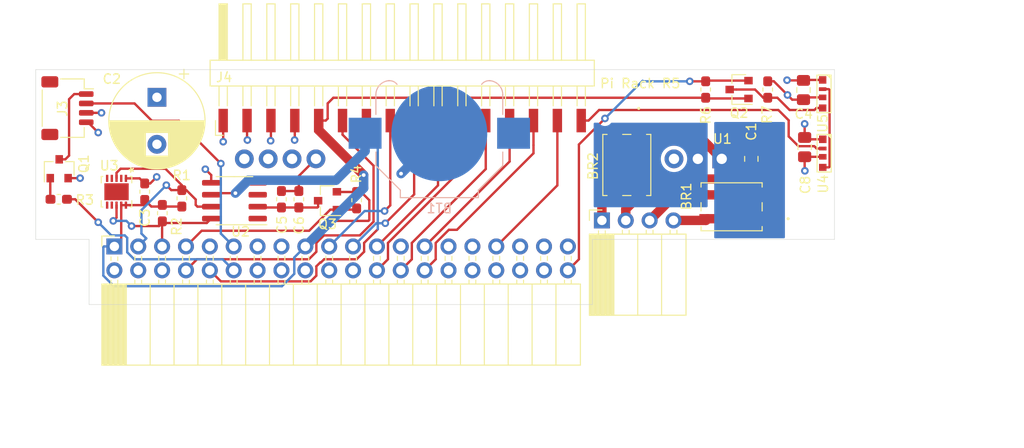
<source format=kicad_pcb>
(kicad_pcb (version 20221018) (generator pcbnew)
  (layers (0 "F.Cu" signal) (1 "In1.Cu" power) (2 "In2.Cu" power) (31 "B.Cu" signal) (34 "B.Paste" user) (35 "F.Paste" user) (36 "B.SilkS" user "B.Silkscreen") (37 "F.SilkS" user "F.Silkscreen") (38 "B.Mask" user) (39 "F.Mask" user) (44 "Edge.Cuts" user))
  (net 0 "")
  (net 1 "POE_VIN+")
  (net 2 "POE_VIN-")
  (net 3 "TR3_TAP")
  (net 4 "TR2_TAP")
  (net 5 "TR0_TAP")
  (net 6 "TR1_TAP")
  (net 7 "+5V")
  (net 8 "GND")
  (net 9 "Net-(J2-Pad13)")
  (net 10 "Net-(J2-Pad15)")
  (net 11 "Net-(J2-Pad16)")
  (net 12 "Net-(J2-Pad18)")
  (net 13 "Net-(J2-Pad22)")
  (net 14 "Net-(J2-Pad29)")
  (net 15 "Net-(J2-Pad31)")
  (net 16 "Net-(J2-Pad32)")
  (net 17 "Net-(J2-Pad35)")
  (net 18 "Net-(J2-Pad36)")
  (net 19 "Net-(J2-Pad37)")
  (net 20 "Net-(J3-Pad1)")
  (net 21 "Net-(U1-Pad3)")
  (net 22 "Net-(U1-Pad9)")
  (net 23 "Net-(U2-Pad3)")
  (net 24 "Net-(U2-Pad4)")
  (net 25 "Net-(U3-Pad2)")
  (net 26 "Net-(U3-Pad4)")
  (net 27 "Net-(U3-Pad5)")
  (net 28 "Net-(U3-Pad6)")
  (net 29 "Net-(U3-Pad7)")
  (net 30 "Net-(U3-Pad11)")
  (net 31 "VBAT")
  (net 32 "+3V3")
  (net 33 "PI_I2C1_SDA")
  (net 34 "PI_I2C1_SCL")
  (net 35 "FAN_TACH")
  (net 36 "Net-(Q1-Pad1)")
  (net 37 "Net-(Q2-Pad3)")
  (net 38 "LED_SERIAL")
  (net 39 "FAN_PWM")
  (net 40 "PI_RXD4")
  (net 41 "PI_TXD4")
  (net 42 "PI_I2C0_SDA")
  (net 43 "PI_I2C0_SCL")
  (net 44 "Net-(U4-Pad4)")
  (net 45 "VCC_RTC")
  (net 46 "RTC_POWER")
  (net 47 "Net-(U2-Pad1)")
  (net 48 "Net-(J2-Pad38)")
  (net 49 "PI_SPI0_MOSI")
  (net 50 "PI_SPI0_MISO")
  (net 51 "PI_SPI0_SCLK")
  (net 52 "PI_SPI0_CE0")
  (net 53 "PI_SPI0_CE1")
  (net 54 "AUX_PWM")
  (net 55 "LED_SERIAL_NEXT")
  (footprint "Capacitor_SMD:C_0603_1608Metric_Pad1.05x0.95mm_HandSolder" (layer "F.Cu") (at 126.15 79.8 -90)
    (fp_text reference "C5" (at 2.725 -0.05 270) (layer "F.SilkS"))
    (fp_text value "0.1u")
    (pad "1" smd roundrect (at -0.875 0 270) (size 1.05 0.95) (layers "F.Cu" "F.Paste" "F.Mask") (net 8 "GND"))
    (pad "2" smd roundrect (at 0.875 0 270) (size 1.05 0.95) (layers "F.Cu" "F.Paste" "F.Mask") (net 45 "VCC_RTC"))
  )
  (footprint "Capacitor_SMD:C_0603_1608Metric_Pad1.05x0.95mm_HandSolder" (layer "F.Cu") (at 128 79.8 -90)
    (fp_text reference "C6" (at 2.775 -0.025 270) (layer "F.SilkS"))
    (fp_text value "1u")
    (pad "1" smd roundrect (at -0.875 0 270) (size 1.05 0.95) (layers "F.Cu" "F.Paste" "F.Mask") (net 8 "GND"))
    (pad "2" smd roundrect (at 0.875 0 270) (size 1.05 0.95) (layers "F.Cu" "F.Paste" "F.Mask") (net 45 "VCC_RTC"))
  )
  (footprint "Capacitor_SMD:C_0805_2012Metric_Pad1.15x1.40mm_HandSolder" (layer "F.Cu") (at 181.825 74.25 -90)
    (fp_text reference "C8" (at 4.025 -0.075 270) (layer "F.SilkS"))
    (fp_text value "0.1u")
    (pad "1" smd roundrect (at -1.025 0 270) (size 1.15 1.4) (layers "F.Cu" "F.Paste" "F.Mask") (roundrect_rratio 0.217391) (net 8 "GND"))
    (pad "2" smd roundrect (at 1.025 0 270) (size 1.15 1.4) (layers "F.Cu" "F.Paste" "F.Mask") (roundrect_rratio 0.217391) (net 7 "+5V"))
  )
  (footprint "Package_TO_SOT_SMD:SOT-23" (layer "F.Cu") (at 102.5 76.55 90)
    (fp_text reference "Q1" (at 0.525 2.625 270) (layer "F.SilkS"))
    (fp_text value "2N7002")
    (pad "1" smd rect (at -1 -0.95 90) (size 0.9 0.8) (layers "F.Cu" "F.Paste" "F.Mask") (net 36 "Net-(Q1-Pad1)"))
    (pad "2" smd rect (at -1 0.95 90) (size 0.9 0.8) (layers "F.Cu" "F.Paste" "F.Mask") (net 8 "GND"))
    (pad "3" smd rect (at 1 0 90) (size 0.9 0.8) (layers "F.Cu" "F.Paste" "F.Mask") (net 20 "Net-(J3-Pad1)"))
  )
  (footprint "Package_TO_SOT_SMD:SOT-23" (layer "F.Cu") (at 174.847 68.122 180)
    (fp_text reference "Q2" (at 0 -2.5) (layer "F.SilkS"))
    (fp_text value "2N7002")
    (pad "1" smd rect (at -1 -0.95 180) (size 0.9 0.8) (layers "F.Cu" "F.Paste" "F.Mask") (net 32 "+3V3"))
    (pad "2" smd rect (at -1 0.95 180) (size 0.9 0.8) (layers "F.Cu" "F.Paste" "F.Mask") (net 38 "LED_SERIAL"))
    (pad "3" smd rect (at 1 0 180) (size 0.9 0.8) (layers "F.Cu" "F.Paste" "F.Mask") (net 37 "Net-(Q2-Pad3)"))
  )
  (footprint "Resistor_SMD:R_0603_1608Metric_Pad1.05x0.95mm_HandSolder" (layer "F.Cu") (at 115.55 79.7 90)
    (fp_text reference "R1" (at 2.45 -0.025) (layer "F.SilkS"))
    (fp_text value "10K")
    (pad "1" smd roundrect (at -0.875 0 90) (size 1.05 0.95) (layers "F.Cu" "F.Paste" "F.Mask") (net 32 "+3V3"))
    (pad "2" smd roundrect (at 0.875 0 90) (size 1.05 0.95) (layers "F.Cu" "F.Paste" "F.Mask") (net 33 "PI_I2C1_SDA"))
  )
  (footprint "Resistor_SMD:R_0603_1608Metric_Pad1.05x0.95mm_HandSolder" (layer "F.Cu") (at 113.475 81.275 -90)
    (fp_text reference "R2" (at 1.425 -1.525 270) (layer "F.SilkS"))
    (fp_text value "10K")
    (pad "1" smd roundrect (at -0.875 0 270) (size 1.05 0.95) (layers "F.Cu" "F.Paste" "F.Mask") (net 32 "+3V3"))
    (pad "2" smd roundrect (at 0.875 0 270) (size 1.05 0.95) (layers "F.Cu" "F.Paste" "F.Mask") (net 34 "PI_I2C1_SCL"))
  )
  (footprint "Resistor_SMD:R_0603_1608Metric_Pad1.05x0.95mm_HandSolder" (layer "F.Cu") (at 102.45 79.8 180)
    (fp_text reference "R3" (at -2.775 -0.075 180) (layer "F.SilkS"))
    (fp_text value "100")
    (pad "1" smd roundrect (at -0.875 0 180) (size 1.05 0.95) (layers "F.Cu" "F.Paste" "F.Mask") (net 39 "FAN_PWM"))
    (pad "2" smd roundrect (at 0.875 0 180) (size 1.05 0.95) (layers "F.Cu" "F.Paste" "F.Mask") (net 36 "Net-(Q1-Pad1)"))
  )
  (footprint "Resistor_SMD:R_0603_1608Metric_Pad1.05x0.95mm_HandSolder" (layer "F.Cu") (at 171.291 68.122 -90)
    (fp_text reference "R6" (at 2.728 -0.009 270) (layer "F.SilkS"))
    (fp_text value "10K")
    (pad "1" smd roundrect (at -0.875 0 270) (size 1.05 0.95) (layers "F.Cu" "F.Paste" "F.Mask") (net 38 "LED_SERIAL"))
    (pad "2" smd roundrect (at 0.875 0 270) (size 1.05 0.95) (layers "F.Cu" "F.Paste" "F.Mask") (net 32 "+3V3"))
  )
  (footprint "Resistor_SMD:R_0603_1608Metric_Pad1.05x0.95mm_HandSolder" (layer "F.Cu") (at 177.895 68.122 90)
    (fp_text reference "R7" (at -2.678 -0.07 -90) (layer "F.SilkS"))
    (fp_text value "10K")
    (pad "1" smd roundrect (at -0.875 0 90) (size 1.05 0.95) (layers "F.Cu" "F.Paste" "F.Mask") (net 37 "Net-(Q2-Pad3)"))
    (pad "2" smd roundrect (at 0.875 0 90) (size 1.05 0.95) (layers "F.Cu" "F.Paste" "F.Mask") (net 7 "+5V"))
  )
  (footprint "Components:SK6812B-SIDE" (layer "F.Cu") (at 183.134 68.58 90)
    (fp_text reference "U5" (at -3.145 0.616 90) (layer "F.SilkS"))
    (fp_text value "SK6812MINI-E" hide)
    (pad "1" smd rect (at -0.38 0.6 90) (size 0.6 0.8) (layers "F.Cu" "F.Paste" "F.Mask") (net 7 "+5V"))
    (pad "2" smd rect (at 0.5 0.6 90) (size 0.4 0.8) (layers "F.Cu" "F.Paste" "F.Mask") (net 44 "Net-(U4-Pad4)"))
    (pad "3" smd rect (at 1.48 0.6 90) (size 0.8 0.8) (layers "F.Cu" "F.Paste" "F.Mask") (net 8 "GND"))
    (pad "4" smd rect (at -1.505 0.6 90) (size 0.75 0.8) (layers "F.Cu" "F.Paste" "F.Mask") (net 37 "Net-(Q2-Pad3)"))
  )
  (footprint "cd-hd2004:CD-HD2004" (layer "F.Cu") (at 174.05 80.6 180)
    (fp_text reference "BR1" (at 4.8 1.1 270) (layer "F.SilkS"))
    (fp_text value "D_Bridge_+AA-" hide)
    (pad "1" smd rect (at -2.5527 -1.27 180) (size 1.7526 0.9906) (layers "F.Cu" "F.Paste" "F.Mask") (net 1 "POE_VIN+"))
    (pad "2" smd rect (at 2.5527 -1.27 180) (size 1.7526 0.9906) (layers "F.Cu" "F.Paste" "F.Mask") (net 3 "TR3_TAP"))
    (pad "3" smd rect (at 2.5527 1.27 180) (size 1.7526 0.9906) (layers "F.Cu" "F.Paste" "F.Mask") (net 4 "TR2_TAP"))
    (pad "4" smd rect (at -2.5527 1.27 180) (size 1.7526 0.9906) (layers "F.Cu" "F.Paste" "F.Mask") (net 2 "POE_VIN-"))
  )
  (footprint "Capacitor_SMD:C_0805_2012Metric_Pad1.15x1.40mm_HandSolder" (layer "F.Cu") (at 176.15 75.5 -90)
    (fp_text reference "C1" (at -2.9 0 90) (layer "F.SilkS"))
    (fp_text value "10n")
    (pad "1" smd roundrect (at -1.025 0 270) (size 1.15 1.4) (layers "F.Cu" "F.Paste" "F.Mask") (roundrect_rratio 0.217391) (net 1 "POE_VIN+"))
    (pad "2" smd roundrect (at 1.025 0 270) (size 1.15 1.4) (layers "F.Cu" "F.Paste" "F.Mask") (roundrect_rratio 0.217391) (net 2 "POE_VIN-"))
  )
  (footprint "Package_SO:SOIC-8_3.9x4.9mm_P1.27mm" (layer "F.Cu") (at 121.15 79.95 180)
    (fp_text reference "U2" (at -0.65 -3.3) (layer "F.SilkS"))
    (fp_text value "DS3231MZ")
    (pad "1" smd roundrect (at -2.475 -1.905 180) (size 1.95 0.6) (layers "F.Cu" "F.Paste" "F.Mask") (net 47 "Net-(U2-Pad1)"))
    (pad "2" smd roundrect (at -2.475 -0.635 180) (size 1.95 0.6) (layers "F.Cu" "F.Paste" "F.Mask") (net 45 "VCC_RTC"))
    (pad "3" smd roundrect (at -2.475 0.635 180) (size 1.95 0.6) (layers "F.Cu" "F.Paste" "F.Mask") (net 23 "Net-(U2-Pad3)"))
    (pad "4" smd roundrect (at -2.475 1.905 180) (size 1.95 0.6) (layers "F.Cu" "F.Paste" "F.Mask") (net 24 "Net-(U2-Pad4)"))
    (pad "5" smd roundrect (at 2.475 1.905 180) (size 1.95 0.6) (layers "F.Cu" "F.Paste" "F.Mask") (net 8 "GND"))
    (pad "6" smd roundrect (at 2.475 0.635 180) (size 1.95 0.6) (layers "F.Cu" "F.Paste" "F.Mask") (net 31 "VBAT"))
    (pad "7" smd roundrect (at 2.475 -0.635 180) (size 1.95 0.6) (layers "F.Cu" "F.Paste" "F.Mask") (net 33 "PI_I2C1_SDA"))
    (pad "8" smd roundrect (at 2.475 -1.905 180) (size 1.95 0.6) (layers "F.Cu" "F.Paste" "F.Mask") (net 34 "PI_I2C1_SCL"))
  )
  (footprint "Capacitor_SMD:C_0805_2012Metric_Pad1.15x1.40mm_HandSolder" (layer "F.Cu") (at 181.7 68.175 -90)
    (fp_text reference "C4" (at 2.55 -0.025 180) (layer "F.SilkS"))
    (fp_text value "0.1u")
    (pad "1" smd roundrect (at -1.025 0 270) (size 1.15 1.4) (layers "F.Cu" "F.Paste" "F.Mask") (roundrect_rratio 0.217391) (net 8 "GND"))
    (pad "2" smd roundrect (at 1.025 0 270) (size 1.15 1.4) (layers "F.Cu" "F.Paste" "F.Mask") (roundrect_rratio 0.217391) (net 7 "+5V"))
  )
  (footprint "sls32aia:SLS32AIA010MSUSON10XTMA2" (layer "F.Cu") (at 108.6 79 -90)
    (fp_text reference "U3" (at -2.775 0.775) (layer "F.SilkS"))
    (fp_text value "SLS32AIA010MSUSON10XTMA2" hide)
    (fp_text user "*" (at -2.325 -1.9 270) (layer "F.SilkS"))
    (pad "1" smd rect (at -1.4224 -1.000001 270) (size 0.762 0.254) (layers "F.Cu" "F.Paste" "F.Mask") (net 8 "GND"))
    (pad "2" smd rect (at -1.4224 -0.499999 270) (size 0.762 0.254) (layers "F.Cu" "F.Paste" "F.Mask") (net 25 "Net-(U3-Pad2)"))
    (pad "3" smd rect (at -1.4224 0 270) (size 0.762 0.254) (layers "F.Cu" "F.Paste" "F.Mask") (net 33 "PI_I2C1_SDA"))
    (pad "4" smd rect (at -1.4224 0.499999 270) (size 0.762 0.254) (layers "F.Cu" "F.Paste" "F.Mask") (net 26 "Net-(U3-Pad4)"))
    (pad "5" smd rect (at -1.4224 1.000001 270) (size 0.762 0.254) (layers "F.Cu" "F.Paste" "F.Mask") (net 27 "Net-(U3-Pad5)"))
    (pad "6" smd rect (at 1.4224 1.000001 270) (size 0.762 0.254) (layers "F.Cu" "F.Paste" "F.Mask") (net 28 "Net-(U3-Pad6)"))
    (pad "7" smd rect (at 1.4224 0.499999 270) (size 0.762 0.254) (layers "F.Cu" "F.Paste" "F.Mask") (net 29 "Net-(U3-Pad7)"))
    (pad "8" smd rect (at 1.4224 0 270) (size 0.762 0.254) (layers "F.Cu" "F.Paste" "F.Mask") (net 34 "PI_I2C1_SCL"))
    (pad "9" smd rect (at 1.4224 -0.499999 270) (size 0.762 0.254) (layers "F.Cu" "F.Paste" "F.Mask") (net 32 "+3V3"))
    (pad "10" smd rect (at 1.4224 -1.000001 270) (size 0.762 0.254) (layers "F.Cu" "F.Paste" "F.Mask") (net 32 "+3V3"))
    (pad "11" smd rect (at 0 0 270) (size 1.8034 2.5908) (layers "F.Cu" "F.Mask") (net 30 "Net-(U3-Pad11)"))
  )
  (footprint "Components:SK6812B-SIDE" (layer "F.Cu") (at 183.15 74.9 90)
    (fp_text reference "U4" (at -3.275 0.65 270) (layer "F.SilkS"))
    (fp_text value "SK6812MINI-E")
    (pad "1" smd rect (at -0.38 0.6 90) (size 0.6 0.8) (layers "F.Cu" "F.Paste" "F.Mask") (net 7 "+5V"))
    (pad "2" smd rect (at 0.5 0.6 90) (size 0.4 0.8) (layers "F.Cu" "F.Paste" "F.Mask") (net 55 "LED_SERIAL_NEXT"))
    (pad "3" smd rect (at 1.48 0.6 90) (size 0.8 0.8) (layers "F.Cu" "F.Paste" "F.Mask") (net 8 "GND"))
    (pad "4" smd rect (at -1.505 0.6 90) (size 0.75 0.8) (layers "F.Cu" "F.Paste" "F.Mask") (net 44 "Net-(U4-Pad4)"))
  )
  (footprint "Connector_PinSocket_2.54mm:PinSocket_2x20_P2.54mm_Horizontal" (layer "F.Cu") (at 108.37 84.82 90)
    (fp_text reference "J2" hide)
    (fp_text value "PI_GPIO")
    (pad "1" thru_hole rect locked (at 0 0 90) (size 1.7 1.7) (drill 1) (layers "*.Cu" "*.Mask") (net 32 "+3V3"))
    (pad "2" thru_hole oval locked (at -2.54 0 90) (size 1.7 1.7) (drill 1) (layers "*.Cu" "*.Mask") (net 7 "+5V"))
    (pad "3" thru_hole oval locked (at 0 2.54 90) (size 1.7 1.7) (drill 1) (layers "*.Cu" "*.Mask") (net 33 "PI_I2C1_SDA"))
    (pad "4" thru_hole oval locked (at -2.54 2.54 90) (size 1.7 1.7) (drill 1) (layers "*.Cu" "*.Mask") (net 7 "+5V"))
    (pad "5" thru_hole oval locked (at 0 5.08 90) (size 1.7 1.7) (drill 1) (layers "*.Cu" "*.Mask") (net 34 "PI_I2C1_SCL"))
    (pad "6" thru_hole oval locked (at -2.54 5.08 90) (size 1.7 1.7) (drill 1) (layers "*.Cu" "*.Mask") (net 8 "GND"))
    (pad "7" thru_hole oval locked (at 0 7.62 90) (size 1.7 1.7) (drill 1) (layers "*.Cu" "*.Mask") (net 46 "RTC_POWER"))
    (pad "8" thru_hole oval locked (at -2.54 7.62 90) (size 1.7 1.7) (drill 1) (layers "*.Cu" "*.Mask") (net 41 "PI_TXD4"))
    (pad "9" thru_hole oval locked (at 0 10.16 90) (size 1.7 1.7) (drill 1) (layers "*.Cu" "*.Mask") (net 8 "GND"))
    (pad "10" thru_hole oval locked (at -2.54 10.16 90) (size 1.7 1.7) (drill 1) (layers "*.Cu" "*.Mask") (net 40 "PI_RXD4"))
    (pad "11" thru_hole oval locked (at 0 12.7 90) (size 1.7 1.7) (drill 1) (layers "*.Cu" "*.Mask") (net 35 "FAN_TACH"))
    (pad "12" thru_hole oval locked (at -2.54 12.7 90) (size 1.7 1.7) (drill 1) (layers "*.Cu" "*.Mask") (net 39 "FAN_PWM"))
    (pad "13" thru_hole oval locked (at 0 15.24 90) (size 1.7 1.7) (drill 1) (layers "*.Cu" "*.Mask") (net 9 "Net-(J2-Pad13)"))
    (pad "14" thru_hole oval locked (at -2.54 15.24 90) (size 1.7 1.7) (drill 1) (layers "*.Cu" "*.Mask") (net 8 "GND"))
    (pad "15" thru_hole oval locked (at 0 17.78 90) (size 1.7 1.7) (drill 1) (layers "*.Cu" "*.Mask") (net 10 "Net-(J2-Pad15)"))
    (pad "16" thru_hole oval locked (at -2.54 17.78 90) (size 1.7 1.7) (drill 1) (layers "*.Cu" "*.Mask") (net 11 "Net-(J2-Pad16)"))
    (pad "17" thru_hole oval locked (at 0 20.32 90) (size 1.7 1.7) (drill 1) (layers "*.Cu" "*.Mask") (net 32 "+3V3"))
    (pad "18" thru_hole oval locked (at -2.54 20.32 90) (size 1.7 1.7) (drill 1) (layers "*.Cu" "*.Mask") (net 12 "Net-(J2-Pad18)"))
    (pad "19" thru_hole oval locked (at 0 22.86 90) (size 1.7 1.7) (drill 1) (layers "*.Cu" "*.Mask") (net 49 "PI_SPI0_MOSI"))
    (pad "20" thru_hole oval locked (at -2.54 22.86 90) (size 1.7 1.7) (drill 1) (layers "*.Cu" "*.Mask") (net 8 "GND"))
    (pad "21" thru_hole oval locked (at 0 25.4 90) (size 1.7 1.7) (drill 1) (layers "*.Cu" "*.Mask") (net 50 "PI_SPI0_MISO"))
    (pad "22" thru_hole oval locked (at -2.54 25.4 90) (size 1.7 1.7) (drill 1) (layers "*.Cu" "*.Mask") (net 13 "Net-(J2-Pad22)"))
    (pad "23" thru_hole oval locked (at 0 27.94 90) (size 1.7 1.7) (drill 1) (layers "*.Cu" "*.Mask") (net 51 "PI_SPI0_SCLK"))
    (pad "24" thru_hole oval locked (at -2.54 27.94 90) (size 1.7 1.7) (drill 1) (layers "*.Cu" "*.Mask") (net 52 "PI_SPI0_CE0"))
    (pad "25" thru_hole oval locked (at 0 30.48 90) (size 1.7 1.7) (drill 1) (layers "*.Cu" "*.Mask") (net 8 "GND"))
    (pad "26" thru_hole oval locked (at -2.54 30.48 90) (size 1.7 1.7) (drill 1) (layers "*.Cu" "*.Mask") (net 53 "PI_SPI0_CE1"))
    (pad "27" thru_hole oval locked (at 0 33.02 90) (size 1.7 1.7) (drill 1) (layers "*.Cu" "*.Mask") (net 42 "PI_I2C0_SDA"))
    (pad "28" thru_hole oval locked (at -2.54 33.02 90) (size 1.7 1.7) (drill 1) (layers "*.Cu" "*.Mask") (net 43 "PI_I2C0_SCL"))
    (pad "29" thru_hole oval locked (at 0 35.56 90) (size 1.7 1.7) (drill 1) (layers "*.Cu" "*.Mask") (net 14 "Net-(J2-Pad29)"))
    (pad "30" thru_hole oval locked (at -2.54 35.56 90) (size 1.7 1.7) (drill 1) (layers "*.Cu" "*.Mask") (net 8 "GND"))
    (pad "31" thru_hole oval locked (at 0 38.1 90) (size 1.7 1.7) (drill 1) (layers "*.Cu" "*.Mask") (net 15 "Net-(J2-Pad31)"))
    (pad "32" thru_hole oval locked (at -2.54 38.1 90) (size 1.7 1.7) (drill 1) (layers "*.Cu" "*.Mask") (net 16 "Net-(J2-Pad32)"))
    (pad "33" thru_hole oval locked (at 0 40.64 90) (size 1.7 1.7) (drill 1) (layers "*.Cu" "*.Mask") (net 54 "AUX_PWM"))
    (pad "34" thru_hole oval locked (at -2.54 40.64 90) (size 1.7 1.7) (drill 1) (layers "*.Cu" "*.Mask") (net 8 "GND"))
    (pad "35" thru_hole oval locked (at 0 43.18 90) (size 1.7 1.7) (drill 1) (layers "*.Cu" "*.Mask") (net 17 "Net-(J2-Pad35)"))
    (pad "36" thru_hole oval locked (at -2.54 43.18 90) (size 1.7 1.7) (drill 1) (layers "*.Cu" "*.Mask") (net 18 "Net-(J2-Pad36)"))
    (pad "37" thru_hole oval locked (at 0 45.72 90) (size 1.7 1.7) (drill 1) (layers "*.Cu" "*.Mask") (net 19 "Net-(J2-Pad37)"))
    (pad "38" thru_hole oval locked (at -2.54 45.72 90) (size 1.7 1.7) (drill 1) (layers "*.Cu" "*.Mask") (net 48 "Net-(J2-Pad38)"))
    (pad "39" thru_hole oval locked (at 0 48.26 90) (size 1.7 1.7) (drill 1) (layers "*.Cu" "*.Mask") (net 8 "GND"))
    (pad "40" thru_hole oval locked (at -2.54 48.26 90) (size 1.7 1.7) (drill 1) (layers "*.Cu" "*.Mask") (net 38 "LED_SERIAL"))
  )
  (footprint "Package_TO_SOT_SMD:SOT-23" (layer "F.Cu") (at 131.05 79.95 180)
    (fp_text reference "Q3" (at 0 -2.5) (layer "F.SilkS"))
    (fp_text value "DMG2305")
    (pad "1" smd rect (at -1 -0.95 180) (size 0.9 0.8) (layers "F.Cu" "F.Paste" "F.Mask") (net 46 "RTC_POWER"))
    (pad "2" smd rect (at -1 0.95 180) (size 0.9 0.8) (layers "F.Cu" "F.Paste" "F.Mask") (net 32 "+3V3"))
    (pad "3" smd rect (at 1 0 180) (size 0.9 0.8) (layers "F.Cu" "F.Paste" "F.Mask") (net 45 "VCC_RTC"))
  )
  (footprint "Resistor_SMD:R_0603_1608Metric_Pad1.05x0.95mm_HandSolder" (layer "F.Cu") (at 134.15 79.9 90)
    (fp_text reference "R4" (at 2.775 -0.025 -90) (layer "F.SilkS"))
    (fp_text value "10K")
    (pad "1" smd roundrect (at -0.875 0 90) (size 1.05 0.95) (layers "F.Cu" "F.Paste" "F.Mask") (net 46 "RTC_POWER"))
    (pad "2" smd roundrect (at 0.875 0 90) (size 1.05 0.95) (layers "F.Cu" "F.Paste" "F.Mask") (net 32 "+3V3"))
  )
  (footprint "Capacitor_SMD:C_0603_1608Metric_Pad1.05x0.95mm_HandSolder" (layer "F.Cu") (at 111.6 78.994 -90)
    (fp_text reference "C3" (at 2.775 -0.025 270) (layer "F.SilkS"))
    (fp_text value "100n")
    (pad "1" smd roundrect (at -0.875 0 270) (size 1.05 0.95) (layers "F.Cu" "F.Paste" "F.Mask") (net 8 "GND"))
    (pad "2" smd roundrect (at 0.875 0 270) (size 1.05 0.95) (layers "F.Cu" "F.Paste" "F.Mask") (net 32 "+3V3"))
  )
  (footprint "Connector_JST:JST_SH_SM04B-SRSS-TB_1x04-1MP_P1.00mm_Horizontal" (layer "F.Cu") (at 103.378 70.104 -90)
    (fp_text reference "J3" (at 0.046 0.528 270) (layer "F.SilkS"))
    (fp_text value "FAN")
    (pad "1" smd roundrect (at -1.5 -2 270) (size 0.6 1.55) (layers "F.Cu" "F.Paste" "F.Mask") (net 20 "Net-(J3-Pad1)"))
    (pad "2" smd roundrect (at -0.5 -2 270) (size 0.6 1.55) (layers "F.Cu" "F.Paste" "F.Mask") (net 35 "FAN_TACH"))
    (pad "3" smd roundrect (at 0.5 -2 270) (size 0.6 1.55) (layers "F.Cu" "F.Paste" "F.Mask") (net 7 "+5V"))
    (pad "4" smd roundrect (at 1.5 -2 270) (size 0.6 1.55) (layers "F.Cu" "F.Paste" "F.Mask") (net 8 "GND"))
    (pad "MP" smd roundrect (at -2.8 1.875 270) (size 1.2 1.8) (layers "F.Cu" "F.Paste" "F.Mask") (roundrect_rratio 0.208333))
    (pad "MP" smd roundrect (at 2.8 1.875 270) (size 1.2 1.8) (layers "F.Cu" "F.Paste" "F.Mask") (roundrect_rratio 0.208333))
  )
  (footprint "Components:AG5400" (layer "F.Cu") (at 173 75.5 180)
    (fp_text reference "U1" (at -0.075 2.125 180) (layer "F.SilkS"))
    (fp_text value "AG5300")
    (pad "1" thru_hole rect (at 0 0 180) (size 2 2) (drill 1.1) (layers "*.Cu" "*.Mask") (net 1 "POE_VIN+"))
    (pad "2" thru_hole circle (at 2.54 0 180) (size 2 2) (drill 1.1) (layers "*.Cu" "*.Mask") (net 2 "POE_VIN-"))
    (pad "3" thru_hole circle (at 5.08 0 180) (size 2 2) (drill 1.1) (layers "*.Cu" "*.Mask") (net 21 "Net-(U1-Pad3)"))
    (pad "7" thru_hole circle (at 43.18 0 180) (size 2 2) (drill 1.1) (layers "*.Cu" "*.Mask") (net 8 "GND"))
    (pad "8" thru_hole circle (at 45.72 0 180) (size 2 2) (drill 1.1) (layers "*.Cu" "*.Mask") (net 7 "+5V"))
    (pad "9" thru_hole circle (at 48.26 0 180) (size 2 2) (drill 1.1) (layers "*.Cu" "*.Mask") (net 22 "Net-(U1-Pad9)"))
    (pad "10" thru_hole circle (at 50.8 0 180) (size 2 2) (drill 1.1) (layers "*.Cu" "*.Mask") (net 8 "GND"))
  )
  (footprint "Connector_PinSocket_2.54mm:PinSocket_1x04_P2.54mm_Horizontal" (layer "F.Cu") (at 160.25 82.05 90)
    (fp_text reference "J1" hide)
    (fp_text value "PI_POE")
    (pad "1" thru_hole rect locked (at 0 0 90) (size 1.7 1.7) (drill 1) (layers "*.Cu" "*.Mask") (net 6 "TR1_TAP"))
    (pad "2" thru_hole oval locked (at 0 2.54 90) (size 1.7 1.7) (drill 1) (layers "*.Cu" "*.Mask") (net 5 "TR0_TAP"))
    (pad "3" thru_hole oval locked (at 0 5.08 90) (size 1.7 1.7) (drill 1) (layers "*.Cu" "*.Mask") (net 4 "TR2_TAP"))
    (pad "4" thru_hole oval locked (at 0 7.62 90) (size 1.7 1.7) (drill 1) (layers "*.Cu" "*.Mask") (net 3 "TR3_TAP"))
  )
  (footprint "cd-hd2004:CD-HD2004" (layer "F.Cu") (at 162.9 76.15 -90)
    (fp_text reference "BR2" (at 0.125 3.6 270) (layer "F.SilkS"))
    (fp_text value "D_Bridge_+AA-" hide)
    (pad "1" smd rect (at -2.5527 -1.27 270) (size 1.7526 0.9906) (layers "F.Cu" "F.Paste" "F.Mask") (net 1 "POE_VIN+"))
    (pad "2" smd rect (at 2.5527 -1.27 270) (size 1.7526 0.9906) (layers "F.Cu" "F.Paste" "F.Mask") (net 5 "TR0_TAP"))
    (pad "3" smd rect (at 2.5527 1.27 270) (size 1.7526 0.9906) (layers "F.Cu" "F.Paste" "F.Mask") (net 6 "TR1_TAP"))
    (pad "4" smd rect (at -2.5527 1.27 270) (size 1.7526 0.9906) (layers "F.Cu" "F.Paste" "F.Mask") (net 2 "POE_VIN-"))
  )
  (footprint "Capacitor_THT:CP_Radial_D10.0mm_P5.00mm" (layer "F.Cu") (at 112.9 68.95 -90)
    (fp_text reference "C2" (at -1.95 4.8) (layer "F.SilkS"))
    (fp_text value "470u")
    (pad "1" thru_hole rect (at 0 0 270) (size 2 2) (drill 1) (layers "*.Cu" "*.Mask") (net 7 "+5V"))
    (pad "2" thru_hole circle (at 5 0 270) (size 2 2) (drill 1) (layers "*.Cu" "*.Mask") (net 8 "GND"))
  )
  (footprint "Connector_Harwin:Harwin_M20-89016xx_1x16_P2.54mm_Horizontal" (layer "F.Cu") (at 139 65.9 90)
    (fp_text reference "J4" (at -0.925 -18.95 180) (layer "F.SilkS"))
    (fp_text value "AUX")
    (pad "" smd rect locked (at 3.895 -19.05 90) (size 6 0.76) (layers "F.SilkS"))
    (pad "1" smd rect locked (at -5.525 -19.05 90) (size 2.5 1) (layers "F.Cu" "F.Paste" "F.Mask") (net 7 "+5V"))
    (pad "2" smd rect locked (at -5.525 -16.51 90) (size 2.5 1) (layers "F.Cu" "F.Paste" "F.Mask") (net 7 "+5V"))
    (pad "3" smd rect locked (at -5.525 -13.97 90) (size 2.5 1) (layers "F.Cu" "F.Paste" "F.Mask") (net 8 "GND"))
    (pad "4" smd rect locked (at -5.525 -11.43 90) (size 2.5 1) (layers "F.Cu" "F.Paste" "F.Mask") (net 8 "GND"))
    (pad "5" smd rect locked (at -5.525 -8.89 90) (size 2.5 1) (layers "F.Cu" "F.Paste" "F.Mask") (net 32 "+3V3"))
    (pad "6" smd rect locked (at -5.525 -6.35 90) (size 2.5 1) (layers "F.Cu" "F.Paste" "F.Mask") (net 41 "PI_TXD4"))
    (pad "7" smd rect locked (at -5.525 -3.81 90) (size 2.5 1) (layers "F.Cu" "F.Paste" "F.Mask") (net 40 "PI_RXD4"))
    (pad "8" smd rect locked (at -5.525 -1.27 90) (size 2.5 1) (layers "F.Cu" "F.Paste" "F.Mask") (net 49 "PI_SPI0_MOSI"))
    (pad "9" smd rect locked (at -5.525 1.27 90) (size 2.5 1) (layers "F.Cu" "F.Paste" "F.Mask") (net 50 "PI_SPI0_MISO"))
    (pad "10" smd rect locked (at -5.525 3.81 90) (size 2.5 1) (layers "F.Cu" "F.Paste" "F.Mask") (net 51 "PI_SPI0_SCLK"))
    (pad "11" smd rect locked (at -5.525 6.35 90) (size 2.5 1) (layers "F.Cu" "F.Paste" "F.Mask") (net 52 "PI_SPI0_CE0"))
    (pad "12" smd rect locked (at -5.525 8.89 90) (size 2.5 1) (layers "F.Cu" "F.Paste" "F.Mask") (net 53 "PI_SPI0_CE1"))
    (pad "13" smd rect locked (at -5.525 11.43 90) (size 2.5 1) (layers "F.Cu" "F.Paste" "F.Mask") (net 42 "PI_I2C0_SDA"))
    (pad "14" smd rect locked (at -5.525 13.97 90) (size 2.5 1) (layers "F.Cu" "F.Paste" "F.Mask") (net 43 "PI_I2C0_SCL"))
    (pad "15" smd rect locked (at -5.525 16.51 90) (size 2.5 1) (layers "F.Cu" "F.Paste" "F.Mask") (net 54 "AUX_PWM"))
    (pad "16" smd rect locked (at -5.525 19.05 90) (size 2.5 1) (layers "F.Cu" "F.Paste" "F.Mask") (net 55 "LED_SERIAL_NEXT"))
  )
  (footprint "Battery:BatteryHolder_Keystone_3000_1x12mm" (layer "B.Cu") (at 142.95 72.775)
    (fp_text reference "BT1" (at 0 8 180) (layer "B.SilkS") (effects (justify mirror)))
    (fp_text value "Battery_Cell")
    (pad "1" smd rect (at -7.9 0) (size 3.5 3.3) (layers "B.Cu" "B.Paste" "B.Mask") (net 31 "VBAT"))
    (pad "1" smd rect (at 7.9 0) (size 3.5 3.3) (layers "B.Cu" "B.Paste" "B.Mask") (net 31 "VBAT"))
    (pad "2" smd circle (at 0 0) (size 10.2 10.2) (layers "B.Cu" "B.Mask") (net 8 "GND"))
  )
  (gr_line (start 100 66) (end 185 66) (stroke (width 0.05)) (layer "Edge.Cuts"))
  (gr_line (start 159.242 84.074) (end 159.242 91) (stroke (width 0.05)) (layer "Edge.Cuts"))
  (gr_line (start 105.68 84.074) (end 105.68 91) (stroke (width 0.05)) (layer "Edge.Cuts"))
  (gr_line (start 100 84.074) (end 105.68 84.074) (stroke (width 0.05)) (layer "Edge.Cuts"))
  (gr_line (start 105.68 91) (end 159.242 91) (stroke (width 0.05)) (layer "Edge.Cuts"))
  (gr_line (start 185 84.074) (end 159.242 84.074) (stroke (width 0.05)) (layer "Edge.Cuts"))
  (gr_line (start 100 84.074) (end 100 66) (stroke (width 0.05)) (layer "Edge.Cuts"))
  (gr_line (start 185 84.074) (end 185 66) (stroke (width 0.05)) (layer "Edge.Cuts"))
  (gr_text "Pi Rack R5" (at 164.325 67.475) (layer "F.SilkS") (effects (font (size 1 1))))
  (segment (start 174.025 74.475) (end 173 75.5) (width 1) (layer "F.Cu") (net 1))
  (segment (start 164.17 73.5973) (end 171.0973 73.5973) (width 1) (layer "F.Cu") (net 1))
  (segment (start 176.15 74.475) (end 174.025 74.475) (width 1) (layer "F.Cu") (net 1))
  (segment (start 176.85 74.475) (end 176.15 74.475) (width 1) (layer "F.Cu") (net 1))
  (segment (start 176.6027 81.87) (end 178.479 81.87) (width 1) (layer "F.Cu") (net 1))
  (segment (start 178.479 81.87) (end 178.575 81.774) (width 1) (layer "F.Cu") (net 1))
  (segment (start 171.0973 73.5973) (end 173 75.5) (width 1) (layer "F.Cu") (net 1))
  (segment (start 178.575 76.2) (end 176.85 74.475) (width 1) (layer "F.Cu") (net 1))
  (segment (start 178.575 81.774) (end 178.575 76.2) (width 1) (layer "F.Cu") (net 1))
  (segment (start 172.775 75.275) (end 173 75.5) (width 0.25) (layer "F.Cu") (net 1))
  (segment (start 166.625 77.65) (end 175.6 77.65) (width 1) (layer "F.Cu") (net 2))
  (segment (start 161.63 73.5973) (end 161.63 75.4736) (width 1) (layer "F.Cu") (net 2))
  (segment (start 165.175 76.2) (end 166.625 77.65) (width 1) (layer "F.Cu") (net 2))
  (segment (start 176.6027 76.9777) (end 176.15 76.525) (width 0.25) (layer "F.Cu") (net 2))
  (segment (start 176.15 77.1) (end 176.15 76.525) (width 1) (layer "F.Cu") (net 2))
  (segment (start 176.418 77.65) (end 175.6 77.65) (width 1) (layer "F.Cu") (net 2))
  (segment (start 161.63 75.4736) (end 162.3564 76.2) (width 1) (layer "F.Cu") (net 2))
  (segment (start 170.46 75.5) (end 170.46 77.65) (width 1) (layer "F.Cu") (net 2))
  (segment (start 170.725 75.235) (end 170.46 75.5) (width 0.25) (layer "F.Cu") (net 2))
  (segment (start 176.6027 79.33) (end 176.6027 77.8347) (width 1) (layer "F.Cu") (net 2))
  (segment (start 162.3564 76.2) (end 165.175 76.2) (width 1) (layer "F.Cu") (net 2))
  (segment (start 175.6 77.65) (end 176.15 77.1) (width 1) (layer "F.Cu") (net 2))
  (segment (start 176.6027 77.8347) (end 176.418 77.65) (width 1) (layer "F.Cu") (net 2))
  (segment (start 168.05 81.87) (end 167.87 82.05) (width 0.25) (layer "F.Cu") (net 3))
  (segment (start 167.87 82.05) (end 171.3173 82.05) (width 1) (layer "F.Cu") (net 3))
  (segment (start 171.3173 82.05) (end 171.4973 81.87) (width 1) (layer "F.Cu") (net 3))
  (segment (start 165.33 82.05) (end 168.05 79.33) (width 1) (layer "F.Cu") (net 4))
  (segment (start 168.05 79.33) (end 171.4973 79.33) (width 1) (layer "F.Cu") (net 4))
  (segment (start 163.787919 79.85) (end 163.787919 79.084781) (width 1) (layer "F.Cu") (net 5))
  (segment (start 163.787919 79.084781) (end 164.17 78.7027) (width 1) (layer "F.Cu") (net 5))
  (segment (start 162.79 80.847919) (end 163.787919 79.85) (width 1) (layer "F.Cu") (net 5))
  (segment (start 162.79 82.05) (end 162.79 80.847919) (width 1) (layer "F.Cu") (net 5))
  (segment (start 160.25 82.05) (end 160.25 80.0827) (width 1) (layer "F.Cu") (net 6))
  (segment (start 160.25 80.0827) (end 161.63 78.7027) (width 1) (layer "F.Cu") (net 6))
  (segment (start 177.895 67.247) (end 177.647 67.247) (width 0.25) (layer "F.Cu") (net 7))
  (segment (start 181.94 68.96) (end 181.7 69.2) (width 0.25) (layer "F.Cu") (net 7))
  (segment (start 178.547 67.247) (end 180 68.7) (width 0.25) (layer "F.Cu") (net 7))
  (segment (start 181.825 75.275) (end 181.825 76.75) (width 0.25) (layer "F.Cu") (net 7))
  (segment (start 122.49 71.425) (end 122.49 73.465) (width 0.25) (layer "F.Cu") (net 7))
  (segment (start 105.378 70.604) (end 106.996 70.604) (width 0.25) (layer "F.Cu") (net 7))
  (segment (start 106.996 70.604) (end 107 70.6) (width 0.25) (layer "F.Cu") (net 7))
  (segment (start 180.5 69.2) (end 180 68.7) (width 0.25) (layer "F.Cu") (net 7))
  (segment (start 181.83 75.28) (end 181.825 75.275) (width 0.25) (layer "F.Cu") (net 7))
  (segment (start 122.49 73.465) (end 122.525 73.5) (width 0.25) (layer "F.Cu") (net 7))
  (segment (start 119.95 71.425) (end 119.95 73.675) (width 0.25) (layer "F.Cu") (net 7))
  (segment (start 183.75 75.28) (end 181.83 75.28) (width 0.25) (layer "F.Cu") (net 7))
  (segment (start 181.7 69.2) (end 180.5 69.2) (width 0.25) (layer "F.Cu") (net 7))
  (segment (start 177.895 67.32) (end 177.895 67.247) (width 0.25) (layer "F.Cu") (net 7))
  (segment (start 177.895 67.247) (end 178.547 67.247) (width 0.25) (layer "F.Cu") (net 7))
  (segment (start 183.734 68.96) (end 181.94 68.96) (width 0.25) (layer "F.Cu") (net 7))
  (segment (start 181.825 76.75) (end 181.85 76.775) (width 0.25) (layer "F.Cu") (net 7))
  (via (at 107 70.6) (size 0.8) (drill 0.4) (layers "F.Cu" "B.Cu") (net 7))
  (via (at 181.85 76.775) (size 0.8) (drill 0.4) (layers "F.Cu" "B.Cu") (net 7))
  (via (at 180 68.7) (size 0.8) (drill 0.4) (layers "F.Cu" "B.Cu") (net 7))
  (via (at 122.525 73.5) (size 0.8) (drill 0.4) (layers "F.Cu" "B.Cu") (net 7))
  (via (at 119.95 73.675) (size 0.8) (drill 0.4) (layers "F.Cu" "B.Cu") (net 7))
  (segment (start 127.57 71.425) (end 127.57 73.48) (width 0.25) (layer "F.Cu") (net 8))
  (segment (start 125.03 73.545) (end 125 73.575) (width 0.25) (layer "F.Cu") (net 8))
  (segment (start 128 77.32) (end 129.82 75.5) (width 0.25) (layer "F.Cu") (net 8))
  (segment (start 179.975 67.15) (end 179.95 67.125) (width 0.25) (layer "F.Cu") (net 8))
  (segment (start 111.6 78.119) (end 111.0586 77.5776) (width 0.25) (layer "F.Cu") (net 8))
  (segment (start 181.825 73.225) (end 181.825 71.775) (width 0.25) (layer "F.Cu") (net 8))
  (segment (start 126.15 78.925) (end 128 78.925) (width 0.25) (layer "F.Cu") (net 8))
  (segment (start 118.675 77.225) (end 118.05 76.6) (width 0.25) (layer "F.Cu") (net 8))
  (segment (start 183.75 73.42) (end 182.02 73.42) (width 0.25) (layer "F.Cu") (net 8))
  (segment (start 182.02 73.42) (end 181.825 73.225) (width 0.25) (layer "F.Cu") (net 8))
  (segment (start 128 78.925) (end 128 77.32) (width 0.25) (layer "F.Cu") (net 8))
  (segment (start 105.554 71.604) (end 106.65 72.7) (width 0.25) (layer "F.Cu") (net 8))
  (segment (start 111.0586 77.5776) (end 109.600001 77.5776) (width 0.25) (layer "F.Cu") (net 8))
  (segment (start 105.378 71.604) (end 105.554 71.604) (width 0.25) (layer "F.Cu") (net 8))
  (segment (start 103.45 77.55) (end 104.725 77.55) (width 0.25) (layer "F.Cu") (net 8))
  (segment (start 112.181 78.119) (end 112.875 77.425) (width 0.25) (layer "F.Cu") (net 8))
  (segment (start 183.734 67.1) (end 181.75 67.1) (width 0.25) (layer "F.Cu") (net 8))
  (segment (start 181.7 67.15) (end 179.975 67.15) (width 0.25) (layer "F.Cu") (net 8))
  (segment (start 127.57 73.48) (end 127.55 73.5) (width 0.25) (layer "F.Cu") (net 8))
  (segment (start 118.675 78.045) (end 118.675 77.225) (width 0.25) (layer "F.Cu") (net 8))
  (segment (start 111.6 78.119) (end 112.181 78.119) (width 0.25) (layer "F.Cu") (net 8))
  (segment (start 125.03 71.425) (end 125.03 73.545) (width 0.25) (layer "F.Cu") (net 8))
  (segment (start 181.75 67.1) (end 181.7 67.15) (width 0.25) (layer "F.Cu") (net 8))
  (via (at 127.55 73.5) (size 0.8) (drill 0.4) (layers "F.Cu" "B.Cu") (net 8))
  (via (at 106.65 72.7) (size 0.8) (drill 0.4) (layers "F.Cu" "B.Cu") (net 8))
  (via (at 118.05 76.6) (size 0.8) (drill 0.4) (layers "F.Cu" "B.Cu") (net 8))
  (via (at 179.95 67.125) (size 0.8) (drill 0.4) (layers "F.Cu" "B.Cu") (net 8))
  (via (at 104.725 77.55) (size 0.8) (drill 0.4) (layers "F.Cu" "B.Cu") (net 8))
  (via (at 112.875 77.425) (size 0.8) (drill 0.4) (layers "F.Cu" "B.Cu") (net 8))
  (via (at 125 73.575) (size 0.8) (drill 0.4) (layers "F.Cu" "B.Cu") (net 8))
  (via (at 181.825 71.775) (size 0.8) (drill 0.4) (layers "F.Cu" "B.Cu") (net 8))
  (via (at 138.875 77.075) (size 0.8) (drill 0.4) (layers "F.Cu" "B.Cu") (net 8))
  (segment (start 142.95 73) (end 138.875 77.075) (width 1) (layer "B.Cu") (net 8))
  (segment (start 142.95 72.775) (end 142.95 73) (width 0.25) (layer "B.Cu") (net 8))
  (segment (start 105.378 68.604) (end 104.096 68.604) (width 0.25) (layer "F.Cu") (net 20))
  (segment (start 104.096 68.604) (end 103.55 69.15) (width 0.25) (layer "F.Cu") (net 20))
  (segment (start 103.55 75.15) (end 103.15 75.55) (width 0.25) (layer "F.Cu") (net 20))
  (segment (start 103.15 75.55) (end 102.5 75.55) (width 0.25) (layer "F.Cu") (net 20))
  (segment (start 103.55 69.15) (end 103.55 75.15) (width 0.25) (layer "F.Cu") (net 20))
  (segment (start 118.84 79.15) (end 118.675 79.315) (width 0.25) (layer "F.Cu") (net 31))
  (segment (start 121.25 79.15) (end 118.84 79.15) (width 0.25) (layer "F.Cu") (net 31))
  (via (at 121.25 79.15) (size 0.8) (drill 0.4) (layers "F.Cu" "B.Cu") (net 31))
  (segment (start 131.95 77.775) (end 122.625 77.775) (width 1) (layer "B.Cu") (net 31))
  (segment (start 122.625 77.775) (end 121.25 79.15) (width 1) (layer "B.Cu") (net 31))
  (segment (start 135.05 72.775) (end 135.05 74.675) (width 1) (layer "B.Cu") (net 31))
  (segment (start 135.05 74.675) (end 131.95 77.775) (width 1) (layer "B.Cu") (net 31))
  (segment (start 135.5 82) (end 135.5 79.9) (width 0.25) (layer "F.Cu") (net 32))
  (segment (start 134.625 79.025) (end 134.15 79.025) (width 0.25) (layer "F.Cu") (net 32))
  (segment (start 135.5 79.9) (end 134.625 79.025) (width 0.25) (layer "F.Cu") (net 32))
  (segment (start 128.69 84.82) (end 131.41 82.1) (width 0.25) (layer "F.Cu") (net 32))
  (segment (start 131.41 82.1) (end 135.4 82.1) (width 0.25) (layer "F.Cu") (net 32))
  (segment (start 111.6 79.869) (end 111.6 80.394) (width 0.25) (layer "F.Cu") (net 32))
  (segment (start 111.6 80.394) (end 111.5716 80.4224) (width 0.25) (layer "F.Cu") (net 32))
  (segment (start 130.11 72.925) (end 132.05 74.865) (width 0.25) (layer "F.Cu") (net 32))
  (segment (start 131.069 71.216) (end 130.86 71.425) (width 0.25) (layer "F.Cu") (net 32))
  (segment (start 134.15 79.025) (end 132.075 79.025) (width 0.25) (layer "F.Cu") (net 32))
  (segment (start 109.099999 80.4224) (end 109.099999 84.090001) (width 0.25) (layer "F.Cu") (net 32))
  (segment (start 112.306 80.575) (end 111.6 79.869) (width 0.25) (layer "F.Cu") (net 32))
  (segment (start 130.11 71.425) (end 130.11 72.435) (width 1) (layer "F.Cu") (net 32))
  (segment (start 115.55 80.575) (end 113.45 80.575) (width 0.25) (layer "F.Cu") (net 32))
  (segment (start 171.291 68.997) (end 131.672 68.997) (width 0.25) (layer "F.Cu") (net 32))
  (segment (start 109.099999 84.090001) (end 108.37 84.82) (width 0.25) (layer "F.Cu") (net 32))
  (segment (start 131.069 69.6) (end 131.069 71.216) (width 0.25) (layer "F.Cu") (net 32))
  (segment (start 175.847 69.072) (end 171.366 69.072) (width 0.25) (layer "F.Cu") (net 32))
  (segment (start 130.11 71.425) (end 130.11 72.925) (width 0.25) (layer "F.Cu") (net 32))
  (segment (start 135.4 82.1) (end 135.5 82) (width 0.25) (layer "F.Cu") (net 32))
  (segment (start 130.11 72.435) (end 134.9 77.225) (width 1) (layer "F.Cu") (net 32))
  (segment (start 130.86 71.425) (end 130.11 71.425) (width 0.25) (layer "F.Cu") (net 32))
  (segment (start 111.5716 80.4224) (end 109.977001 80.4224) (width 0.25) (layer "F.Cu") (net 32))
  (segment (start 109.600001 80.4224) (end 109.099999 80.4224) (width 0.25) (layer "F.Cu") (net 32))
  (segment (start 109.977001 80.4224) (end 109.600001 80.4224) (width 0.25) (layer "F.Cu") (net 32))
  (segment (start 132.075 79.025) (end 132.05 79) (width 0.25) (layer "F.Cu") (net 32))
  (segment (start 113.45 80.575) (end 112.306 80.575) (width 0.25) (layer "F.Cu") (net 32))
  (segment (start 171.366 69.072) (end 171.291 68.997) (width 0.25) (layer "F.Cu") (net 32))
  (segment (start 131.672 68.997) (end 131.069 69.6) (width 0.25) (layer "F.Cu") (net 32))
  (via (at 134.9 77.225) (size 0.8) (drill 0.4) (layers "F.Cu" "B.Cu") (net 32))
  (segment (start 134.9 78.61) (end 128.69 84.82) (width 1) (layer "B.Cu") (net 32))
  (segment (start 134.9 77.225) (end 134.9 78.61) (width 1) (layer "B.Cu") (net 32))
  (segment (start 107.194999 84.895001) (end 107.27 84.82) (width 0.25) (layer "B.Cu") (net 32))
  (segment (start 127.514999 85.995001) (end 127.514999 87.734003) (width 0.25) (layer "B.Cu") (net 32))
  (segment (start 108.320998 89.05) (end 107.194999 87.924001) (width 0.25) (layer "B.Cu") (net 32))
  (segment (start 127.514999 87.734003) (end 126.199002 89.05) (width 0.25) (layer "B.Cu") (net 32))
  (segment (start 126.199002 89.05) (end 108.320998 89.05) (width 0.25) (layer "B.Cu") (net 32))
  (segment (start 107.194999 87.924001) (end 107.194999 84.895001) (width 0.25) (layer "B.Cu") (net 32))
  (segment (start 128.69 84.82) (end 127.514999 85.995001) (width 0.25) (layer "B.Cu") (net 32))
  (segment (start 107.27 84.82) (end 108.37 84.82) (width 0.25) (layer "B.Cu") (net 32))
  (segment (start 115.55 78.825) (end 114.425 78.825) (width 0.25) (layer "F.Cu") (net 33))
  (segment (start 116.025 78.825) (end 117.025 79.825) (width 0.25) (layer "F.Cu") (net 33))
  (segment (start 117.21 80.585) (end 118.675 80.585) (width 0.25) (layer "F.Cu") (net 33))
  (segment (start 117.025 79.825) (end 117.025 80.4) (width 0.25) (layer "F.Cu") (net 33))
  (segment (start 108.6 77.5776) (end 108.6 76.984597) (width 0.25) (layer "F.Cu") (net 33))
  (segment (start 116.025 78.825) (end 115.55 78.825) (width 0.25) (layer "F.Cu") (net 33))
  (segment (start 114.425 78.825) (end 113.9 78.3) (width 0.25) (layer "F.Cu") (net 33))
  (segment (start 115.55 78.3) (end 115.55 78.825) (width 0.25) (layer "F.Cu") (net 33))
  (segment (start 109.034597 76.55) (end 113.8 76.55) (width 0.25) (layer "F.Cu") (net 33))
  (segment (start 117.025 80.4) (end 117.21 80.585) (width 0.25) (layer "F.Cu") (net 33))
  (segment (start 113.8 76.55) (end 115.55 78.3) (width 0.25) (layer "F.Cu") (net 33))
  (segment (start 108.6 76.984597) (end 109.034597 76.55) (width 0.25) (layer "F.Cu") (net 33))
  (via (at 113.9 78.3) (size 0.8) (drill 0.4) (layers "F.Cu" "B.Cu") (net 33))
  (segment (start 113.9 78.3) (end 111.25 80.95) (width 0.25) (layer "B.Cu") (net 33))
  (segment (start 111.25 83.45) (end 111.759999 83.959999) (width 0.25) (layer "B.Cu") (net 33))
  (segment (start 111.759999 83.959999) (end 111.759999 83.970001) (width 0.25) (layer "B.Cu") (net 33))
  (segment (start 111.759999 83.970001) (end 110.91 84.82) (width 0.25) (layer "B.Cu") (net 33))
  (segment (start 111.25 80.95) (end 111.25 83.45) (width 0.25) (layer "B.Cu") (net 33))
  (segment (start 118.675 81.855) (end 118.205 82.325) (width 0.25) (layer "F.Cu") (net 34))
  (segment (start 108.6 81.75) (end 108.25 82.1) (width 0.25) (layer "F.Cu") (net 34))
  (segment (start 118.205 82.325) (end 113.45 82.325) (width 0.25) (layer "F.Cu") (net 34))
  (segment (start 110.2 82.65) (end 113.125 82.65) (width 0.25) (layer "F.Cu") (net 34))
  (segment (start 108.6 80.4224) (end 108.6 81.75) (width 0.25) (layer "F.Cu") (net 34))
  (segment (start 113.125 82.65) (end 113.45 82.325) (width 0.25) (layer "F.Cu") (net 34))
  (segment (start 113.45 82.325) (end 113.45 84.82) (width 0.25) (layer "F.Cu") (net 34))
  (via (at 110.2 82.65) (size 0.8) (drill 0.4) (layers "F.Cu" "B.Cu") (net 34))
  (via (at 108.25 82.1) (size 0.8) (drill 0.4) (layers "F.Cu" "B.Cu") (net 34))
  (segment (start 108.25 82.1) (end 109.65 82.1) (width 0.25) (layer "B.Cu") (net 34))
  (segment (start 109.65 82.1) (end 110.2 82.65) (width 0.25) (layer "B.Cu") (net 34))
  (segment (start 119.7 75.9) (end 119.7 76) (width 0.25) (layer "F.Cu") (net 35))
  (segment (start 119.7 76) (end 115.25 71.55) (width 0.25) (layer "F.Cu") (net 35))
  (segment (start 110.515002 69.604) (end 112.361002 71.45) (width 0.25) (layer "F.Cu") (net 35))
  (segment (start 105.378 69.604) (end 110.515002 69.604) (width 0.25) (layer "F.Cu") (net 35))
  (segment (start 115.25 71.55) (end 115.25 71.45) (width 0.25) (layer "F.Cu") (net 35))
  (segment (start 112.361002 71.45) (end 115.25 71.45) (width 0.25) (layer "F.Cu") (net 35))
  (via (at 119.7 76) (size 0.8) (drill 0.4) (layers "F.Cu" "B.Cu") (net 35))
  (segment (start 119.7 76) (end 119.7 83.45) (width 0.25) (layer "B.Cu") (net 35))
  (segment (start 119.7 83.45) (end 121.07 84.82) (width 0.25) (layer "B.Cu") (net 35))
  (segment (start 101.55 77.55) (end 101.55 79.775) (width 0.25) (layer "F.Cu") (net 36))
  (segment (start 101.55 79.775) (end 101.575 79.8) (width 0.25) (layer "F.Cu") (net 36))
  (segment (start 176.545 68.122) (end 174.547 68.122) (width 0.25) (layer "F.Cu") (net 37))
  (segment (start 180.225 70.3) (end 178.922 68.997) (width 0.25) (layer "F.Cu") (net 37))
  (segment (start 183.734 70.085) (end 183.084 70.085) (width 0.25) (layer "F.Cu") (net 37))
  (segment (start 183.084 70.085) (end 182.869 70.3) (width 0.25) (layer "F.Cu") (net 37))
  (segment (start 177.42 68.997) (end 176.545 68.122) (width 0.25) (layer "F.Cu") (net 37))
  (segment (start 177.895 68.997) (end 177.42 68.997) (width 0.25) (layer "F.Cu") (net 37))
  (segment (start 174.547 68.122) (end 173.847 68.122) (width 0.25) (layer "F.Cu") (net 37))
  (segment (start 178.922 68.997) (end 177.895 68.997) (width 0.25) (layer "F.Cu") (net 37))
  (segment (start 182.869 70.3) (end 180.225 70.3) (width 0.25) (layer "F.Cu") (net 37))
  (segment (start 171.288 67.25) (end 171.291 67.247) (width 0.25) (layer "F.Cu") (net 38))
  (segment (start 171.366 67.172) (end 171.291 67.247) (width 0.25) (layer "F.Cu") (net 38))
  (segment (start 169.6 67.25) (end 171.288 67.25) (width 0.25) (layer "F.Cu") (net 38))
  (segment (start 156.63 87.36) (end 157.805001 86.184999) (width 0.25) (layer "F.Cu") (net 38))
  (segment (start 157.805001 86.184999) (end 157.805001 73.969999) (width 0.25) (layer "F.Cu") (net 38))
  (segment (start 157.805001 73.969999) (end 160.575 71.2) (width 0.25) (layer "F.Cu") (net 38))
  (segment (start 175.847 67.172) (end 171.366 67.172) (width 0.25) (layer "F.Cu") (net 38))
  (via (at 160.575 71.2) (size 0.8) (drill 0.4) (layers "F.Cu" "B.Cu") (net 38))
  (via (at 169.6 67.25) (size 0.8) (drill 0.4) (layers "F.Cu" "B.Cu") (net 38))
  (segment (start 164.625 67.25) (end 169.6 67.25) (width 0.25) (layer "B.Cu") (net 38))
  (segment (start 164.575 67.2) (end 164.625 67.25) (width 0.25) (layer "B.Cu") (net 38))
  (segment (start 160.575 71.2) (end 164.575 67.2) (width 0.25) (layer "B.Cu") (net 38))
  (segment (start 104.2 79.8) (end 106.65 82.25) (width 0.25) (layer "F.Cu") (net 39))
  (segment (start 103.325 79.8) (end 104.2 79.8) (width 0.25) (layer "F.Cu") (net 39))
  (via (at 106.65 82.25) (size 0.8) (drill 0.4) (layers "F.Cu" "B.Cu") (net 39))
  (segment (start 109.734999 83.899997) (end 109.734999 85.434999) (width 0.25) (layer "B.Cu") (net 39))
  (segment (start 120.220001 86.510001) (end 121.07 87.36) (width 0.25) (layer "B.Cu") (net 39))
  (segment (start 109.480001 83.644999) (end 109.734999 83.899997) (width 0.25) (layer "B.Cu") (net 39))
  (segment (start 109.734999 85.434999) (end 110.484999 86.184999) (width 0.25) (layer "B.Cu") (net 39))
  (segment (start 110.484999 86.184999) (end 119.894999 86.184999) (width 0.25) (layer "B.Cu") (net 39))
  (segment (start 119.894999 86.184999) (end 120.220001 86.510001) (width 0.25) (layer "B.Cu") (net 39))
  (segment (start 108.044999 83.644999) (end 109.480001 83.644999) (width 0.25) (layer "B.Cu") (net 39))
  (segment (start 106.65 82.25) (end 108.044999 83.644999) (width 0.25) (layer "B.Cu") (net 39))
  (segment (start 134.945001 85.384001) (end 134.144003 86.184999) (width 0.25) (layer "F.Cu") (net 40))
  (segment (start 119.705001 88.535001) (end 119.379999 88.209999) (width 0.25) (layer "F.Cu") (net 40))
  (segment (start 130.690001 86.184999) (end 130.35 86.525) (width 0.25) (layer "F.Cu") (net 40))
  (segment (start 135.19 71.425) (end 135.19 72.925) (width 0.25) (layer "F.Cu") (net 40))
  (segment (start 130.35 86.525) (end 130.275 86.525) (width 0.25) (layer "F.Cu") (net 40))
  (segment (start 130.275 86.525) (end 129.865001 86.934999) (width 0.25) (layer "F.Cu") (net 40))
  (segment (start 129.254001 88.535001) (end 119.705001 88.535001) (width 0.25) (layer "F.Cu") (net 40))
  (segment (start 136.400018 82.99098) (end 134.945001 84.445997) (width 0.25) (layer "F.Cu") (net 40))
  (segment (start 129.865001 87.924001) (end 129.254001 88.535001) (width 0.25) (layer "F.Cu") (net 40))
  (segment (start 134.144003 86.184999) (end 130.690001 86.184999) (width 0.25) (layer "F.Cu") (net 40))
  (segment (start 135.19 72.925) (end 136.400018 74.135018) (width 0.25) (layer "F.Cu") (net 40))
  (segment (start 119.379999 88.209999) (end 118.53 87.36) (width 0.25) (layer "F.Cu") (net 40))
  (segment (start 129.865001 86.934999) (end 129.865001 87.924001) (width 0.25) (layer "F.Cu") (net 40))
  (segment (start 134.945001 84.445997) (end 134.945001 85.384001) (width 0.25) (layer "F.Cu") (net 40))
  (segment (start 136.400018 74.135018) (end 136.400018 82.99098) (width 0.25) (layer "B.Cu") (net 40))
  (segment (start 135.950009 76.225009) (end 135.950009 82.186401) (width 0.25) (layer "F.Cu") (net 41))
  (segment (start 116.839999 86.510001) (end 115.99 87.36) (width 0.25) (layer "F.Cu") (net 41))
  (segment (start 129.865001 84.445997) (end 129.865001 85.384001) (width 0.25) (layer "F.Cu") (net 41))
  (segment (start 135.950009 82.186401) (end 134.491411 83.644999) (width 0.25) (layer "F.Cu") (net 41))
  (segment (start 132.65 72.925) (end 135.950009 76.225009) (width 0.25) (layer "F.Cu") (net 41))
  (segment (start 129.865001 85.384001) (end 129.064003 86.184999) (width 0.25) (layer "F.Cu") (net 41))
  (segment (start 132.65 71.425) (end 132.65 72.925) (width 0.25) (layer "F.Cu") (net 41))
  (segment (start 117.165001 86.184999) (end 116.839999 86.510001) (width 0.25) (layer "F.Cu") (net 41))
  (segment (start 134.491411 83.644999) (end 130.665999 83.644999) (width 0.25) (layer "F.Cu") (net 41))
  (segment (start 130.665999 83.644999) (end 129.865001 84.445997) (width 0.25) (layer "F.Cu") (net 41))
  (segment (start 129.064003 86.184999) (end 117.165001 86.184999) (width 0.25) (layer "F.Cu") (net 41))
  (segment (start 150.43 75.78) (end 141.39 84.82) (width 0.25) (layer "F.Cu") (net 42))
  (segment (start 150.43 71.425) (end 150.43 75.78) (width 0.25) (layer "F.Cu") (net 42))
  (segment (start 152.97 74.040998) (end 152.97 71.425) (width 0.25) (layer "F.Cu") (net 43))
  (segment (start 141.39 87.36) (end 142.565001 86.184999) (width 0.25) (layer "F.Cu") (net 43))
  (segment (start 142.565001 86.184999) (end 142.565001 84.445997) (width 0.25) (layer "F.Cu") (net 43))
  (segment (start 143.960998 83.05) (end 144.825 83.05) (width 0.25) (layer "F.Cu") (net 43))
  (segment (start 142.565001 84.445997) (end 143.960998 83.05) (width 0.25) (layer "F.Cu") (net 43))
  (segment (start 144.825 83.05) (end 152.97 74.905) (width 0.25) (layer "F.Cu") (net 43))
  (segment (start 152.97 74.905) (end 152.97 74.040998) (width 0.25) (layer "F.Cu") (net 43))
  (segment (start 184.384 68.08) (end 183.734 68.08) (width 0.25) (layer "F.Cu") (net 44))
  (segment (start 184.4 76.405) (end 184.475001 76.329999) (width 0.25) (layer "F.Cu") (net 44))
  (segment (start 184.475001 68.171001) (end 184.384 68.08) (width 0.25) (layer "F.Cu") (net 44))
  (segment (start 184.475001 76.329999) (end 184.475001 68.171001) (width 0.25) (layer "F.Cu") (net 44))
  (segment (start 183.75 76.405) (end 184.4 76.405) (width 0.25) (layer "F.Cu") (net 44))
  (segment (start 128.475 80.675) (end 128 80.675) (width 0.25) (layer "F.Cu") (net 45))
  (segment (start 126.15 80.675) (end 123.715 80.675) (width 0.25) (layer "F.Cu") (net 45))
  (segment (start 130.05 79.95) (end 130.05 80.6) (width 0.25) (layer "F.Cu") (net 45))
  (segment (start 128 80.675) (end 126.15 80.675) (width 0.25) (layer "F.Cu") (net 45))
  (segment (start 130.05 80.6) (end 129.975 80.675) (width 0.25) (layer "F.Cu") (net 45))
  (segment (start 123.715 80.675) (end 123.625 80.585) (width 0.25) (layer "F.Cu") (net 45))
  (segment (start 129.975 80.675) (end 128.475 80.675) (width 0.25) (layer "F.Cu") (net 45))
  (segment (start 129.1 83.15) (end 117.66 83.15) (width 0.25) (layer "F.Cu") (net 46))
  (segment (start 131.35 80.9) (end 129.1 83.15) (width 0.25) (layer "F.Cu") (net 46))
  (segment (start 132.05 80.9) (end 134.025 80.9) (width 0.25) (layer "F.Cu") (net 46))
  (segment (start 132.05 80.9) (end 131.35 80.9) (width 0.25) (layer "F.Cu") (net 46))
  (segment (start 117.66 83.15) (end 115.99 84.82) (width 0.25) (layer "F.Cu") (net 46))
  (segment (start 134.025 80.9) (end 134.15 80.775) (width 0.25) (layer "F.Cu") (net 46))
  (segment (start 137.73 80.445018) (end 137.125018 81.05) (width 0.25) (layer "F.Cu") (net 49))
  (segment (start 137.73 71.425) (end 137.73 80.445018) (width 0.25) (layer "F.Cu") (net 49))
  (via (at 137.125018 81.05) (size 0.8) (drill 0.4) (layers "F.Cu" "B.Cu") (net 49))
  (segment (start 137.125018 81.05) (end 135 81.05) (width 0.25) (layer "B.Cu") (net 49))
  (segment (start 135 81.05) (end 131.23 84.82) (width 0.25) (layer "B.Cu") (net 49))
  (segment (start 140.27 79.28) (end 137.2 82.35) (width 0.25) (layer "F.Cu") (net 50))
  (segment (start 140.27 71.425) (end 140.27 79.28) (width 0.25) (layer "F.Cu") (net 50))
  (via (at 137.2 82.35) (size 0.8) (drill 0.4) (layers "F.Cu" "B.Cu") (net 50))
  (segment (start 136.24 82.35) (end 133.77 84.82) (width 0.25) (layer "B.Cu") (net 50))
  (segment (start 137.2 82.35) (end 136.24 82.35) (width 0.25) (layer "B.Cu") (net 50))
  (segment (start 142.81 78.32) (end 136.31 84.82) (width 0.25) (layer "F.Cu") (net 51))
  (segment (start 142.81 71.425) (end 142.81 78.32) (width 0.25) (layer "F.Cu") (net 51))
  (segment (start 137.159999 86.510001) (end 136.31 87.36) (width 0.25) (layer "F.Cu") (net 52))
  (segment (start 137.485001 84.445997) (end 137.485001 86.184999) (width 0.25) (layer "F.Cu") (net 52))
  (segment (start 137.485001 86.184999) (end 137.159999 86.510001) (width 0.25) (layer "F.Cu") (net 52))
  (segment (start 145.35 71.425) (end 145.35 76.580998) (width 0.25) (layer "F.Cu") (net 52))
  (segment (start 145.35 76.580998) (end 137.485001 84.445997) (width 0.25) (layer "F.Cu") (net 52))
  (segment (start 140.025001 84.445997) (end 140.025001 86.184999) (width 0.25) (layer "F.Cu") (net 53))
  (segment (start 147.89 71.425) (end 147.89 76.580998) (width 0.25) (layer "F.Cu") (net 53))
  (segment (start 140.025001 86.184999) (end 139.699999 86.510001) (width 0.25) (layer "F.Cu") (net 53))
  (segment (start 147.89 76.580998) (end 140.025001 84.445997) (width 0.25) (layer "F.Cu") (net 53))
  (segment (start 139.699999 86.510001) (end 138.85 87.36) (width 0.25) (layer "F.Cu") (net 53))
  (segment (start 155.51 78.32) (end 149.01 84.82) (width 0.25) (layer "F.Cu") (net 54))
  (segment (start 155.51 71.425) (end 155.51 78.32) (width 0.25) (layer "F.Cu") (net 54))
  (segment (start 183.1 74.4) (end 182.85 74.15) (width 0.25) (layer "F.Cu") (net 55))
  (segment (start 183.75 74.4) (end 183.1 74.4) (width 0.25) (layer "F.Cu") (net 55))
  (segment (start 179.025 70.3) (end 159.95 70.3) (width 0.25) (layer "F.Cu") (net 55))
  (segment (start 180.125 71.4) (end 179.025 70.3) (width 0.25) (layer "F.Cu") (net 55))
  (segment (start 181.16181 74.15) (end 180.125 73.11319) (width 0.25) (layer "F.Cu") (net 55))
  (segment (start 182.85 74.15) (end 181.16181 74.15) (width 0.25) (layer "F.Cu") (net 55))
  (segment (start 180.125 73.11319) (end 180.125 71.4) (width 0.25) (layer "F.Cu") (net 55))
  (segment (start 159.95 70.3) (end 158.825 71.425) (width 0.25) (layer "F.Cu") (net 55))
  (segment (start 158.825 71.425) (end 158.05 71.425) (width 0.25) (layer "F.Cu") (net 55))
  (zone (net 1) (net_name "POE_VIN+") (layer "B.Cu") (connect_pads yes (clearance 0.4)) (min_thickness 0.2) (fill yes (thermal_gap 0.508) (thermal_bridge_width 0.508))
    (polygon (pts (xy 179.725 83.95) (xy 172.2 83.95) (xy 172.2 71.575) (xy 179.725 71.575)))
  )
  (zone (net 2) (net_name "POE_VIN-") (layer "B.Cu") (connect_pads yes (clearance 0.4)) (min_thickness 0.2) (fill yes (thermal_gap 0.508) (thermal_bridge_width 0.508))
    (polygon (pts (xy 171.5 80.65) (xy 159.375 80.65) (xy 159.375 71.65) (xy 171.5 71.65)))
  )
)
</source>
